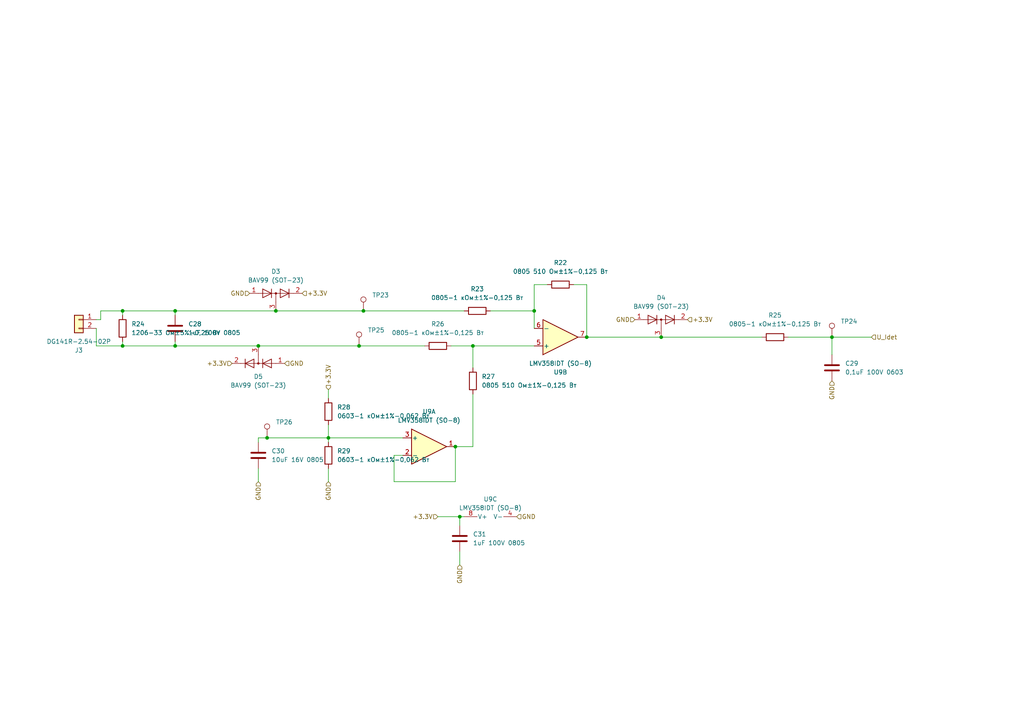
<source format=kicad_sch>
(kicad_sch (version 20250114) (generator "eeschema") (generator_version "9.0")
  (paper "A4")
  (lib_symbols
    (symbol "Amplifier_Operational:LMV358" (pin_names (offset 0.127))
      (property "Reference" "U" (at 0 5.08 0))
      (property "Value" "LMV358" (at 0 -5.08 0))
      (symbol "LMV358_1_1"
        (polyline (pts (xy -5.08 5.08) (xy 5.08 0) (xy -5.08 -5.08) (xy -5.08 5.08)) (stroke (width 0.254)) (fill (type background)))
        (pin input line (at -7.62 2.54 0) (length 2.54) (name "+") (number "3"))
        (pin input line (at -7.62 -2.54 0) (length 2.54) (name "-") (number "2"))
        (pin output line (at 7.62 0 180) (length 2.54) (name "~") (number "1"))
      )
      (symbol "LMV358_2_1"
        (polyline (pts (xy -5.08 5.08) (xy 5.08 0) (xy -5.08 -5.08) (xy -5.08 5.08)) (stroke (width 0.254)) (fill (type background)))
        (pin input line (at -7.62 2.54 0) (length 2.54) (name "+") (number "5"))
        (pin input line (at -7.62 -2.54 0) (length 2.54) (name "-") (number "6"))
        (pin output line (at 7.62 0 180) (length 2.54) (name "~") (number "7"))
      )
      (symbol "LMV358_3_1"
        (pin power_in line (at -2.54 7.62 270) (length 3.81) (name "V+") (number "8"))
        (pin power_in line (at -2.54 -7.62 90) (length 3.81) (name "V-") (number "4"))
      )
    )
    (symbol "Connector:TestPoint" (pin_numbers (hide yes)) (pin_names (offset 0.762) (hide yes))
      (property "Reference" "TP" (at 0 6.858 0))
      (property "Value" "TestPoint" (at 0 5.08 0))
      (symbol "TestPoint_0_1"
        (circle (center 0 3.302) (radius 0.762))
      )
      (symbol "TestPoint_1_1"
        (pin passive line (at 0 0 90) (length 2.54) (name "1") (number "1"))
      )
    )
    (symbol "Connector_Generic:Conn_01x02" (pin_names (offset 1.016) (hide yes))
      (property "Reference" "J" (at 0 2.54 0))
      (property "Value" "Conn_01x02" (at 0 -5.08 0))
      (symbol "Conn_01x02_1_1"
        (rectangle (start -1.27 1.27) (end 1.27 -3.81) (stroke (width 0.254)) (fill (type background)))
        (rectangle (start -1.27 0.127) (end 0 -0.127) (stroke (width 0.1524)))
        (rectangle (start -1.27 -2.413) (end 0 -2.667) (stroke (width 0.1524)))
        (pin passive line (at -5.08 0 0) (length 3.81) (name "Pin_1") (number "1"))
        (pin passive line (at -5.08 -2.54 0) (length 3.81) (name "Pin_2") (number "2"))
      )
    )
    (symbol "Device:C" (pin_numbers (hide yes)) (pin_names (offset 0.254))
      (property "Reference" "C" (at 0.635 2.54 0))
      (property "Value" "C" (at 0.635 -2.54 0))
      (symbol "C_0_1"
        (polyline (pts (xy -2.032 0.762) (xy 2.032 0.762)) (stroke (width 0.508)))
        (polyline (pts (xy -2.032 -0.762) (xy 2.032 -0.762)) (stroke (width 0.508)))
      )
      (symbol "C_1_1"
        (pin passive line (at 0 3.81 270) (length 2.794) (name "~") (number "1"))
        (pin passive line (at 0 -3.81 90) (length 2.794) (name "~") (number "2"))
      )
    )
    (symbol "Device:R" (pin_numbers (hide yes)) (pin_names (offset 0))
      (property "Reference" "R" (at 2.032 0 90))
      (property "Value" "R" (at 0 0 90))
      (symbol "R_0_1"
        (rectangle (start -1.016 -2.54) (end 1.016 2.54) (stroke (width 0.254)))
      )
      (symbol "R_1_1"
        (pin passive line (at 0 3.81 270) (length 1.27) (name "~") (number "1"))
        (pin passive line (at 0 -3.81 90) (length 1.27) (name "~") (number "2"))
      )
    )
    (symbol "Diode:BAV99" (pin_names (hide yes))
      (property "Reference" "D" (at 0 5.08 0))
      (property "Value" "BAV99" (at 0 2.54 0))
      (symbol "BAV99_0_1"
        (polyline (pts (xy -5.08 0) (xy 5.08 0)))
      )
      (symbol "BAV99_1_1"
        (polyline (pts (xy -3.81 1.27) (xy -1.27 0) (xy -3.81 -1.27) (xy -3.81 1.27) (xy -3.81 1.27) (xy -3.81 1.27)) (stroke (width 0.2032)))
        (polyline (pts (xy -1.27 -1.27) (xy -1.27 1.27) (xy -1.27 1.27)) (stroke (width 0.2032)))
        (polyline (pts (xy 0 0) (xy 0 -2.54)))
        (circle (center 0 0) (radius 0.254) (fill (type outline)))
        (polyline (pts (xy 1.27 1.27) (xy 3.81 0) (xy 1.27 -1.27) (xy 1.27 1.27) (xy 1.27 1.27) (xy 1.27 1.27)) (stroke (width 0.2032)))
        (polyline (pts (xy 3.81 1.27) (xy 3.81 -1.27) (xy 3.81 -1.27)) (stroke (width 0.2032)))
        (pin passive line (at -7.62 0 0) (length 2.54) (name "K") (number "1"))
        (pin passive line (at 0 -5.08 90) (length 2.54) (name "K") (number "3"))
        (pin passive line (at 7.62 0 180) (length 2.54) (name "A") (number "2"))
      )
    )
  )
  (junction (at 35.56 100.33))
  (junction (at 95.25 127))
  (junction (at 154.94 90.17))
  (junction (at 133.35 149.86))
  (junction (at 50.8 100.33))
  (junction (at 105.41 90.17))
  (junction (at 80.01 90.17))
  (junction (at 35.56 90.17))
  (junction (at 132.08 129.54))
  (junction (at 104.14 100.33))
  (junction (at 137.16 100.33))
  (junction (at 74.93 100.33))
  (junction (at 191.77 97.79))
  (junction (at 170.18 97.79))
  (junction (at 77.47 127))
  (junction (at 241.3 97.79))
  (junction (at 50.8 90.17))
  (wire (pts (xy 154.94 95.25) (xy 154.94 90.17)))
  (wire (pts (xy 170.18 97.79) (xy 170.18 82.55)))
  (wire (pts (xy 105.41 90.17) (xy 134.62 90.17)))
  (wire (pts (xy 27.94 92.71) (xy 29.21 92.71)))
  (wire (pts (xy 27.94 100.33) (xy 35.56 100.33)))
  (wire (pts (xy 132.08 129.54) (xy 137.16 129.54)))
  (wire (pts (xy 116.84 132.08) (xy 114.3 132.08)))
  (wire (pts (xy 35.56 90.17) (xy 50.8 90.17)))
  (wire (pts (xy 74.93 135.89) (xy 74.93 139.7)))
  (wire (pts (xy 133.35 149.86) (xy 133.35 152.4)))
  (wire (pts (xy 158.75 82.55) (xy 154.94 82.55)))
  (wire (pts (xy 191.77 97.79) (xy 220.98 97.79)))
  (wire (pts (xy 50.8 90.17) (xy 50.8 91.44)))
  (wire (pts (xy 74.93 100.33) (xy 104.14 100.33)))
  (wire (pts (xy 137.16 129.54) (xy 137.16 114.3)))
  (wire (pts (xy 137.16 106.68) (xy 137.16 100.33)))
  (wire (pts (xy 35.56 100.33) (xy 50.8 100.33)))
  (wire (pts (xy 137.16 100.33) (xy 154.94 100.33)))
  (wire (pts (xy 74.93 127) (xy 77.47 127)))
  (wire (pts (xy 170.18 97.79) (xy 191.77 97.79)))
  (wire (pts (xy 29.21 92.71) (xy 29.21 90.17)))
  (wire (pts (xy 50.8 90.17) (xy 80.01 90.17)))
  (wire (pts (xy 95.25 123.19) (xy 95.25 127)))
  (wire (pts (xy 114.3 132.08) (xy 114.3 139.7)))
  (wire (pts (xy 95.25 113.03) (xy 95.25 115.57)))
  (wire (pts (xy 170.18 82.55) (xy 166.37 82.55)))
  (wire (pts (xy 228.6 97.79) (xy 241.3 97.79)))
  (wire (pts (xy 95.25 139.7) (xy 95.25 135.89)))
  (wire (pts (xy 35.56 91.44) (xy 35.56 90.17)))
  (wire (pts (xy 95.25 127) (xy 95.25 128.27)))
  (wire (pts (xy 142.24 90.17) (xy 154.94 90.17)))
  (wire (pts (xy 80.01 90.17) (xy 105.41 90.17)))
  (wire (pts (xy 132.08 139.7) (xy 132.08 129.54)))
  (wire (pts (xy 130.81 100.33) (xy 137.16 100.33)))
  (wire (pts (xy 27.94 95.25) (xy 27.94 100.33)))
  (wire (pts (xy 241.3 102.87) (xy 241.3 97.79)))
  (wire (pts (xy 50.8 100.33) (xy 74.93 100.33)))
  (wire (pts (xy 133.35 160.02) (xy 133.35 163.83)))
  (wire (pts (xy 29.21 90.17) (xy 35.56 90.17)))
  (wire (pts (xy 35.56 99.06) (xy 35.56 100.33)))
  (wire (pts (xy 154.94 82.55) (xy 154.94 90.17)))
  (wire (pts (xy 95.25 127) (xy 116.84 127)))
  (wire (pts (xy 127 149.86) (xy 133.35 149.86)))
  (wire (pts (xy 77.47 127) (xy 95.25 127)))
  (wire (pts (xy 50.8 99.06) (xy 50.8 100.33)))
  (wire (pts (xy 74.93 128.27) (xy 74.93 127)))
  (wire (pts (xy 241.3 97.79) (xy 252.73 97.79)))
  (wire (pts (xy 114.3 139.7) (xy 132.08 139.7)))
  (wire (pts (xy 133.35 149.86) (xy 134.62 149.86)))
  (wire (pts (xy 104.14 100.33) (xy 123.19 100.33)))
  (hierarchical_label "+3.3V" (shape input) (at 67.31 105.41 180))
  (hierarchical_label "GND" (shape input) (at 72.39 85.09 180))
  (hierarchical_label "U_Idet" (shape input) (at 252.73 97.79 0))
  (hierarchical_label "GND" (shape input) (at 184.15 92.71 180))
  (hierarchical_label "GND" (shape input) (at 95.25 139.7 270))
  (hierarchical_label "GND" (shape input) (at 149.86 149.86 0))
  (hierarchical_label "GND" (shape input) (at 241.3 110.49 270))
  (hierarchical_label "GND" (shape input) (at 82.55 105.41 0))
  (hierarchical_label "GND" (shape input) (at 74.93 139.7 270))
  (hierarchical_label "GND" (shape input) (at 133.35 163.83 270))
  (hierarchical_label "+3.3V" (shape input) (at 127 149.86 180))
  (hierarchical_label "+3.3V" (shape input) (at 199.39 92.71 0))
  (hierarchical_label "+3.3V" (shape input) (at 87.63 85.09 0))
  (hierarchical_label "+3.3V" (shape input) (at 95.25 113.03 90))
  (symbol (lib_id "Diode:BAV99") (at 80.01 85.09 0) (unit 1)
    (property "Reference" "D3" (at 80.01 78.74 0))
    (property "Value" "BAV99 (SOT-23)" (at 80.01 81.28 0))
    (property "Footprint" "Package_TO_SOT_SMD:SOT-23" (effects (hide yes)))
    (property "Datasheet" "https://assets.nexperia.com/documents/data-sheet/BAV99_SER.pdf" (effects (hide yes)))
    (property "Description" "BAV99 High-speed switching diodes, SOT-23" (effects (hide yes)))
  )
  (symbol (lib_id "Device:R") (at 95.25 132.08 0) (unit 1)
    (property "Reference" "R29" (at 97.79 130.81 0) (effects (justify left)))
    (property "Value" "0603-1 кОм±1%-0,062 Вт" (at 97.79 133.35 0) (effects (justify left)))
    (property "Footprint" "Resistor_SMD:R_0603_1608Metric" (effects (hide yes)))
    (property "Description" "Resistor" (effects (hide yes)))
  )
  (symbol (lib_id "Connector:TestPoint") (at 241.3 97.79 0) (unit 1) (in_bom no)
    (property "Reference" "TP24" (at 243.84 93.218 0) (effects (justify left)))
    (property "Value" "TestPoint" (effects (hide yes)))
    (property "Footprint" "TestPoint:TestPoint_Pad_D1.0mm" (effects (hide yes)))
    (property "Description" "test point" (effects (hide yes)))
  )
  (symbol (lib_id "Connector:TestPoint") (at 104.14 100.33 0) (unit 1) (in_bom no)
    (property "Reference" "TP25" (at 106.68 95.758 0) (effects (justify left)))
    (property "Value" "TestPoint" (effects (hide yes)))
    (property "Footprint" "TestPoint:TestPoint_Pad_D1.0mm" (effects (hide yes)))
    (property "Description" "test point" (effects (hide yes)))
  )
  (symbol (lib_id "Diode:BAV99") (at 74.93 105.41 180) (unit 1)
    (property "Reference" "D5" (at 74.93 109.22 0))
    (property "Value" "BAV99 (SOT-23)" (at 74.93 111.76 0))
    (property "Footprint" "Package_TO_SOT_SMD:SOT-23" (effects (hide yes)))
    (property "Datasheet" "https://assets.nexperia.com/documents/data-sheet/BAV99_SER.pdf" (effects (hide yes)))
    (property "Description" "BAV99 High-speed switching diodes, SOT-23" (effects (hide yes)))
  )
  (symbol (lib_id "Diode:BAV99") (at 191.77 92.71 0) (unit 1)
    (property "Reference" "D4" (at 191.77 86.36 0))
    (property "Value" "BAV99 (SOT-23)" (at 191.77 88.9 0))
    (property "Footprint" "Package_TO_SOT_SMD:SOT-23" (effects (hide yes)))
    (property "Datasheet" "https://assets.nexperia.com/documents/data-sheet/BAV99_SER.pdf" (effects (hide yes)))
    (property "Description" "BAV99 High-speed switching diodes, SOT-23" (effects (hide yes)))
  )
  (symbol (lib_id "Amplifier_Operational:LMV358") (at 124.46 129.54 0) (unit 1)
    (property "Reference" "U9" (at 124.46 119.38 0))
    (property "Value" "LMV358IDT (SO-8)" (at 124.46 121.92 0))
    (property "Footprint" "Package_SO:SO-8_3.9x4.9mm_P1.27mm" (effects (hide yes)))
    (property "Datasheet" "http://www.ti.com/lit/ds/symlink/lmv324.pdf" (effects (hide yes)))
    (property "Description" "Dual Low-Voltage Rail-to-Rail Output Operational Amplifiers, SOIC-8/SSOP-8" (effects (hide yes)))
  )
  (symbol (lib_id "Device:R") (at 224.79 97.79 90) (unit 1)
    (property "Reference" "R25" (at 224.79 91.44 90))
    (property "Value" "0805-1 кОм±1%-0,125 Вт" (at 224.79 93.98 90))
    (property "Footprint" "Resistor_SMD:R_0805_2012Metric" (effects (hide yes)))
    (property "Description" "Resistor" (effects (hide yes)))
  )
  (symbol (lib_id "Connector:TestPoint") (at 77.47 127 0) (unit 1) (in_bom no)
    (property "Reference" "TP26" (at 80.01 122.428 0) (effects (justify left)))
    (property "Value" "TestPoint" (effects (hide yes)))
    (property "Footprint" "TestPoint:TestPoint_Pad_D1.0mm" (effects (hide yes)))
    (property "Description" "test point" (effects (hide yes)))
  )
  (symbol (lib_id "Connector_Generic:Conn_01x02") (at 22.86 92.71 0) (mirror y) (unit 1)
    (property "Reference" "J5" (at 22.86 101.6 0))
    (property "Value" "DG141R-2.54-02P" (at 22.86 99.06 0))
    (property "Footprint" "Connector:DG141R-02" (effects (hide yes)))
    (property "Description" "Generic connector, single row, 01x02, script generated (kicad-library-utils/schlib/autogen/connector/)" (effects (hide yes)))
    (instances (project "Плата симистров" (path "" (reference "J3") (unit 1))) (project "analog_io_board" (path "" (reference "J5") (unit 1))))
  )
  (symbol (lib_id "Device:R") (at 138.43 90.17 90) (unit 1)
    (property "Reference" "R23" (at 138.43 83.82 90))
    (property "Value" "0805-1 кОм±1%-0,125 Вт" (at 138.43 86.36 90))
    (property "Footprint" "Resistor_SMD:R_0805_2012Metric" (effects (hide yes)))
    (property "Description" "Resistor" (effects (hide yes)))
  )
  (symbol (lib_id "Device:R") (at 162.56 82.55 90) (unit 1)
    (property "Reference" "R22" (at 162.56 76.2 90))
    (property "Value" "0805 510 Ом±1%-0,125 Вт" (at 162.56 78.74 90))
    (property "Footprint" "Resistor_SMD:R_0805_2012Metric" (effects (hide yes)))
    (property "Description" "Resistor" (effects (hide yes)))
  )
  (symbol (lib_id "Device:C") (at 74.93 132.08 0) (unit 1)
    (property "Reference" "C30" (at 78.74 130.81 0) (effects (justify left)))
    (property "Value" "10uF 16V 0805" (at 78.74 133.35 0) (effects (justify left)))
    (property "Footprint" "Capacitor_SMD:C_0805_2012Metric" (effects (hide yes)))
    (property "Description" "Unpolarized capacitor" (effects (hide yes)))
  )
  (symbol (lib_id "Device:C") (at 241.3 106.68 0) (unit 1)
    (property "Reference" "C29" (at 245.11 105.41 0) (effects (justify left)))
    (property "Value" "0,1uF 100V 0603" (at 245.11 107.95 0) (effects (justify left)))
    (property "Footprint" "Capacitor_SMD:C_0603_1608Metric" (effects (hide yes)))
    (property "Description" "Unpolarized capacitor" (effects (hide yes)))
  )
  (symbol (lib_id "Amplifier_Operational:LMV358") (at 142.24 147.32 90) (unit 3)
    (property "Reference" "U9" (at 142.24 144.78 90))
    (property "Value" "LMV358IDT (SO-8)" (at 142.24 147.32 90))
    (property "Footprint" "Package_SO:SO-8_3.9x4.9mm_P1.27mm" (effects (hide yes)))
    (property "Datasheet" "http://www.ti.com/lit/ds/symlink/lmv324.pdf" (effects (hide yes)))
    (property "Description" "Dual Low-Voltage Rail-to-Rail Output Operational Amplifiers, SOIC-8/SSOP-8" (effects (hide yes)))
  )
  (symbol (lib_id "Device:R") (at 137.16 110.49 0) (unit 1)
    (property "Reference" "R27" (at 139.7 109.2199 0) (effects (justify left)))
    (property "Value" "0805 510 Ом±1%-0,125 Вт" (at 139.7 111.7599 0) (effects (justify left)))
    (property "Footprint" "Resistor_SMD:R_0805_2012Metric" (effects (hide yes)))
    (property "Description" "Resistor" (effects (hide yes)))
  )
  (symbol (lib_id "Connector:TestPoint") (at 105.41 90.17 0) (unit 1) (in_bom no)
    (property "Reference" "TP23" (at 107.95 85.598 0) (effects (justify left)))
    (property "Value" "TestPoint" (effects (hide yes)))
    (property "Footprint" "TestPoint:TestPoint_Pad_D1.0mm" (effects (hide yes)))
    (property "Description" "test point" (effects (hide yes)))
  )
  (symbol (lib_id "Device:C") (at 50.8 95.25 0) (unit 1)
    (property "Reference" "C28" (at 54.61 93.98 0) (effects (justify left)))
    (property "Value" "1uF 100V 0805" (at 54.61 96.52 0) (effects (justify left)))
    (property "Footprint" "Capacitor_SMD:C_0805_2012Metric" (effects (hide yes)))
    (property "Description" "Unpolarized capacitor" (effects (hide yes)))
  )
  (symbol (lib_id "Device:R") (at 35.56 95.25 0) (unit 1)
    (property "Reference" "R24" (at 38.1 93.98 0) (effects (justify left)))
    (property "Value" "1206-33 Ом±5%-0,25 Вт" (at 38.1 96.52 0) (effects (justify left)))
    (property "Footprint" "Resistor_SMD:R_1206_3216Metric_Pad1.30x1.75mm_HandSolder" (effects (hide yes)))
    (property "Description" "Resistor" (effects (hide yes)))
  )
  (symbol (lib_id "Amplifier_Operational:LMV358") (at 162.56 97.79 0) (mirror x) (unit 2)
    (property "Reference" "U9" (at 162.56 107.95 0))
    (property "Value" "LMV358IDT (SO-8)" (at 162.56 105.41 0))
    (property "Footprint" "Package_SO:SO-8_3.9x4.9mm_P1.27mm" (effects (hide yes)))
    (property "Datasheet" "http://www.ti.com/lit/ds/symlink/lmv324.pdf" (effects (hide yes)))
    (property "Description" "Dual Low-Voltage Rail-to-Rail Output Operational Amplifiers, SOIC-8/SSOP-8" (effects (hide yes)))
  )
  (symbol (lib_id "Device:R") (at 95.25 119.38 0) (unit 1)
    (property "Reference" "R28" (at 97.79 118.11 0) (effects (justify left)))
    (property "Value" "0603-1 кОм±1%-0,062 Вт" (at 97.79 120.65 0) (effects (justify left)))
    (property "Footprint" "Resistor_SMD:R_0603_1608Metric" (effects (hide yes)))
    (property "Description" "Resistor" (effects (hide yes)))
  )
  (symbol (lib_id "Device:C") (at 133.35 156.21 0) (unit 1)
    (property "Reference" "C31" (at 137.16 154.94 0) (effects (justify left)))
    (property "Value" "1uF 100V 0805" (at 137.16 157.48 0) (effects (justify left)))
    (property "Footprint" "Capacitor_SMD:C_0805_2012Metric" (effects (hide yes)))
    (property "Description" "Unpolarized capacitor" (effects (hide yes)))
  )
  (symbol (lib_id "Device:R") (at 127 100.33 90) (unit 1)
    (property "Reference" "R26" (at 127 93.98 90))
    (property "Value" "0805-1 кОм±1%-0,125 Вт" (at 127 96.52 90))
    (property "Footprint" "Resistor_SMD:R_0805_2012Metric" (effects (hide yes)))
    (property "Description" "Resistor" (effects (hide yes)))
  )
)
</source>
